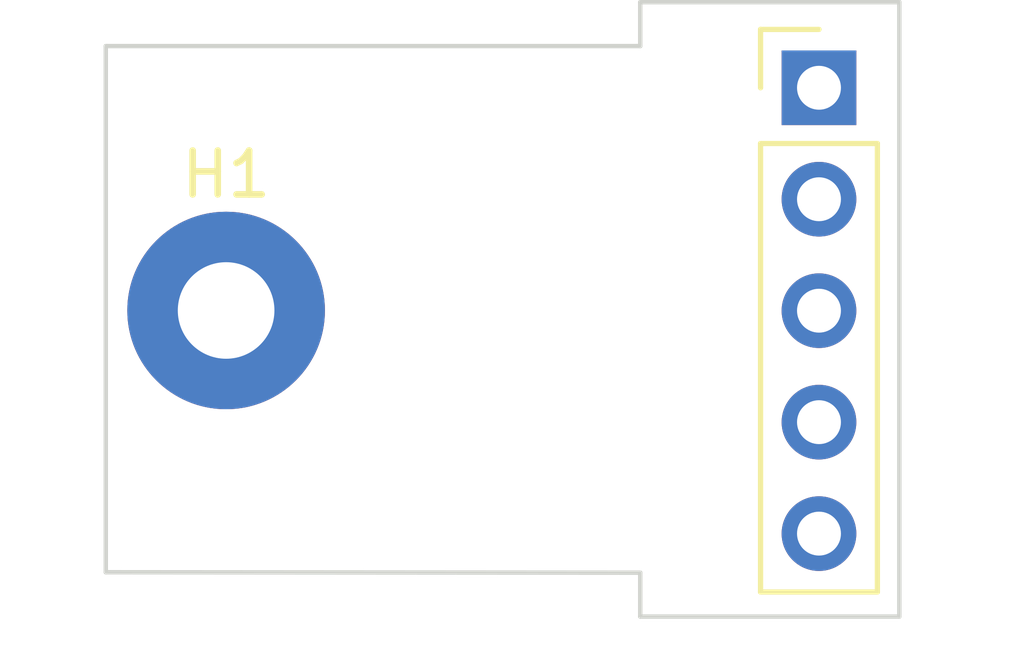
<source format=kicad_pcb>
(kicad_pcb (version 20221018) (generator pcbnew)
  (layers (0 "F.Cu" signal) (31 "B.Cu" signal) (34 "B.Paste" user) (35 "F.Paste" user) (36 "B.SilkS" user "B.Silkscreen") (37 "F.SilkS" user "F.Silkscreen") (38 "B.Mask" user) (39 "F.Mask" user) (44 "Edge.Cuts" user))
  (net 0 "")
  (footprint "" (layer "F.Cu") (at 149.78 84.645)
    (fp_text reference "" (at 0 0) (layer "F.SilkS") (effects (font (size 1.27 1.27))))
    (fp_text value "" (at 0 0) (layer "F.SilkS") (effects (font (size 1.27 1.27))))
    (pad "" np_thru_hole circle (at 0 0) (size 2.2 2.2) (drill 2.2) (layers "F&B.Cu" "*.Mask"))
  )
  (footprint "UL_Standoff:M2ThreadedStandoff" (layer "F.Cu") (at 149.78 84.645)
    (fp_text reference "H1" (at 0 -3.1 unlocked) (layer "F.SilkS"))
    (fp_text value "MountingHole")
    (pad "1" thru_hole circle (at 0 0) (size 4.5 4.5) (drill 2.1) (layers "*.Cu" "*.Mask"))
  )
  (footprint "Connector_PinHeader_2.54mm:PinHeader_1x05_P2.54mm_Vertical" (layer "F.Cu") (at 163.28 79.57)
    (fp_text reference "J2" hide)
    (fp_text value "Conn_01x05")
    (fp_line (start -1.33 -1.33) (end 0 -1.33) (stroke (width 0.12)) (layer "F.SilkS"))
    (fp_line (start -1.33 0) (end -1.33 -1.33) (stroke (width 0.12)) (layer "F.SilkS"))
    (fp_line (start -1.33 1.27) (end -1.33 11.49) (stroke (width 0.12)) (layer "F.SilkS"))
    (fp_line (start -1.33 1.27) (end 1.33 1.27) (stroke (width 0.12)) (layer "F.SilkS"))
    (fp_line (start -1.33 11.49) (end 1.33 11.49) (stroke (width 0.12)) (layer "F.SilkS"))
    (fp_line (start 1.33 1.27) (end 1.33 11.49) (stroke (width 0.12)) (layer "F.SilkS"))
    (pad "1" thru_hole rect (at 0 0) (size 1.7 1.7) (drill 1) (layers "*.Cu" "*.Mask"))
    (pad "2" thru_hole oval (at 0 2.54) (size 1.7 1.7) (drill 1) (layers "*.Cu" "*.Mask"))
    (pad "3" thru_hole oval (at 0 5.08) (size 1.7 1.7) (drill 1) (layers "*.Cu" "*.Mask"))
    (pad "4" thru_hole oval (at 0 7.62) (size 1.7 1.7) (drill 1) (layers "*.Cu" "*.Mask"))
    (pad "5" thru_hole oval (at 0 10.16) (size 1.7 1.7) (drill 1) (layers "*.Cu" "*.Mask"))
  )
  (gr_line (start 159.21 90.62) (end 159.21 91.62) (stroke (width 0.1)) (layer "Edge.Cuts"))
  (gr_line (start 159.21 90.62) (end 147.04 90.61) (stroke (width 0.1)) (layer "Edge.Cuts"))
  (gr_line (start 159.21 78.62) (end 147.04 78.62) (stroke (width 0.1)) (layer "Edge.Cuts"))
  (gr_line (start 165.11 77.62) (end 159.21 77.62) (stroke (width 0.1)) (layer "Edge.Cuts"))
  (gr_line (start 165.11 91.62) (end 165.11 77.62) (stroke (width 0.1)) (layer "Edge.Cuts"))
  (gr_line (start 159.21 91.62) (end 165.11 91.62) (stroke (width 0.1)) (layer "Edge.Cuts"))
  (gr_line (start 159.21 77.62) (end 159.21 78.62) (stroke (width 0.1)) (layer "Edge.Cuts"))
  (gr_line (start 147.04 90.61) (end 147.04 78.62) (stroke (width 0.1)) (layer "Edge.Cuts"))
)
</source>
